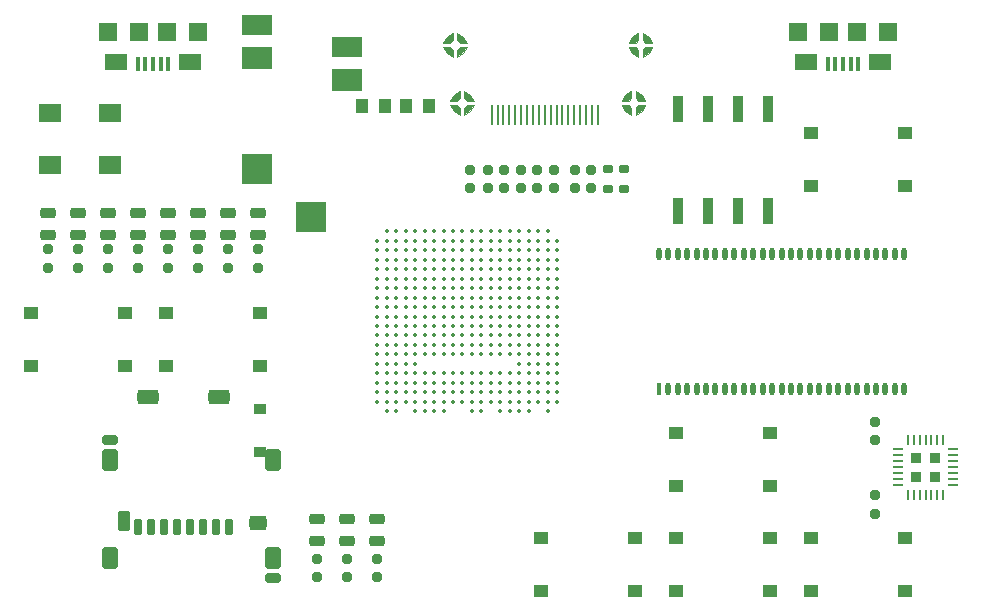
<source format=gtp>
G04 #@! TF.GenerationSoftware,KiCad,Pcbnew,6.0.11+dfsg-1*
G04 #@! TF.CreationDate,2023-04-22T14:08:22+02:00*
G04 #@! TF.ProjectId,ulx3s,756c7833-732e-46b6-9963-61645f706362,v3.1.8*
G04 #@! TF.SameCoordinates,Original*
G04 #@! TF.FileFunction,Paste,Top*
G04 #@! TF.FilePolarity,Positive*
%FSLAX46Y46*%
G04 Gerber Fmt 4.6, Leading zero omitted, Abs format (unit mm)*
G04 Created by KiCad (PCBNEW 6.0.11+dfsg-1) date 2023-04-22 14:08:22*
%MOMM*%
%LPD*%
G01*
G04 APERTURE LIST*
G04 Aperture macros list*
%AMRoundRect*
0 Rectangle with rounded corners*
0 $1 Rounding radius*
0 $2 $3 $4 $5 $6 $7 $8 $9 X,Y pos of 4 corners*
0 Add a 4 corners polygon primitive as box body*
4,1,4,$2,$3,$4,$5,$6,$7,$8,$9,$2,$3,0*
0 Add four circle primitives for the rounded corners*
1,1,$1+$1,$2,$3*
1,1,$1+$1,$4,$5*
1,1,$1+$1,$6,$7*
1,1,$1+$1,$8,$9*
0 Add four rect primitives between the rounded corners*
20,1,$1+$1,$2,$3,$4,$5,0*
20,1,$1+$1,$4,$5,$6,$7,0*
20,1,$1+$1,$6,$7,$8,$9,0*
20,1,$1+$1,$8,$9,$2,$3,0*%
G04 Aperture macros list end*
%ADD10C,0.100000*%
%ADD11R,2.546000X1.746000*%
%ADD12R,2.546000X2.546000*%
%ADD13R,2.546000X1.946000*%
%ADD14C,0.350000*%
%ADD15R,0.460000X1.100000*%
%ADD16O,0.460000X1.100000*%
%ADD17RoundRect,0.193750X-0.456250X0.243750X-0.456250X-0.243750X0.456250X-0.243750X0.456250X0.243750X0*%
%ADD18RoundRect,0.168750X0.256250X-0.218750X0.256250X0.218750X-0.256250X0.218750X-0.256250X-0.218750X0*%
%ADD19RoundRect,0.193750X0.456250X-0.243750X0.456250X0.243750X-0.456250X0.243750X-0.456250X-0.243750X0*%
%ADD20R,0.200000X1.800000*%
%ADD21RoundRect,0.168750X-0.256250X0.218750X-0.256250X-0.218750X0.256250X-0.218750X0.256250X0.218750X0*%
%ADD22R,1.095000X1.200000*%
%ADD23R,0.300000X1.250000*%
%ADD24R,1.546000X1.646000*%
%ADD25R,1.846000X1.346000*%
%ADD26R,1.646000X1.646000*%
%ADD27R,1.900000X1.500000*%
%ADD28R,1.296000X1.046000*%
%ADD29R,0.920000X2.240000*%
%ADD30R,0.850000X0.200000*%
%ADD31O,0.850000X0.200000*%
%ADD32O,0.200000X0.850000*%
%ADD33R,0.875000X0.875000*%
%ADD34RoundRect,0.125000X-0.175000X-0.575000X0.175000X-0.575000X0.175000X0.575000X-0.175000X0.575000X0*%
%ADD35RoundRect,0.200000X0.350000X-0.250000X0.350000X0.250000X-0.350000X0.250000X-0.350000X-0.250000X0*%
%ADD36RoundRect,0.175000X-0.500000X-0.225000X0.500000X-0.225000X0.500000X0.225000X-0.500000X0.225000X0*%
%ADD37RoundRect,0.175000X0.500000X-0.225000X0.500000X0.225000X-0.500000X0.225000X-0.500000X-0.225000X0*%
%ADD38RoundRect,0.287500X-0.437500X0.337500X-0.437500X-0.337500X0.437500X-0.337500X0.437500X0.337500X0*%
%ADD39RoundRect,0.242500X-0.292500X0.607500X-0.292500X-0.607500X0.292500X-0.607500X0.292500X0.607500X0*%
%ADD40RoundRect,0.287500X-0.612500X0.337500X-0.612500X-0.337500X0.612500X-0.337500X0.612500X0.337500X0*%
%ADD41RoundRect,0.312500X-0.362500X-0.637500X0.362500X-0.637500X0.362500X0.637500X-0.362500X0.637500X0*%
%ADD42RoundRect,0.200000X-0.350000X0.250000X-0.350000X-0.250000X0.350000X-0.250000X0.350000X0.250000X0*%
%ADD43RoundRect,0.150000X0.275000X-0.200000X0.275000X0.200000X-0.275000X0.200000X-0.275000X-0.200000X0*%
G04 APERTURE END LIST*
G36*
X137846000Y-69712000D02*
G01*
X137846000Y-70312000D01*
X137346000Y-70012000D01*
X137046000Y-69512000D01*
X137646000Y-69512000D01*
X137846000Y-69712000D01*
G37*
D10*
X137846000Y-69712000D02*
X137846000Y-70312000D01*
X137346000Y-70012000D01*
X137046000Y-69512000D01*
X137646000Y-69512000D01*
X137846000Y-69712000D01*
G36*
X138746000Y-68612000D02*
G01*
X139046000Y-69112000D01*
X138446000Y-69112000D01*
X138246000Y-68912000D01*
X138246000Y-68312000D01*
X138746000Y-68612000D01*
G37*
X138746000Y-68612000D02*
X139046000Y-69112000D01*
X138446000Y-69112000D01*
X138246000Y-68912000D01*
X138246000Y-68312000D01*
X138746000Y-68612000D01*
G36*
X152946000Y-64812000D02*
G01*
X152946000Y-65412000D01*
X152446000Y-65112000D01*
X152146000Y-64612000D01*
X152746000Y-64612000D01*
X152946000Y-64812000D01*
G37*
X152946000Y-64812000D02*
X152946000Y-65412000D01*
X152446000Y-65112000D01*
X152146000Y-64612000D01*
X152746000Y-64612000D01*
X152946000Y-64812000D01*
G36*
X153246000Y-68612000D02*
G01*
X153546000Y-69112000D01*
X152946000Y-69112000D01*
X152746000Y-68912000D01*
X152746000Y-68312000D01*
X153246000Y-68612000D01*
G37*
X153246000Y-68612000D02*
X153546000Y-69112000D01*
X152946000Y-69112000D01*
X152746000Y-68912000D01*
X152746000Y-68312000D01*
X153246000Y-68612000D01*
G36*
X137846000Y-68912000D02*
G01*
X137646000Y-69112000D01*
X137046000Y-69112000D01*
X137346000Y-68612000D01*
X137846000Y-68312000D01*
X137846000Y-68912000D01*
G37*
X137846000Y-68912000D02*
X137646000Y-69112000D01*
X137046000Y-69112000D01*
X137346000Y-68612000D01*
X137846000Y-68312000D01*
X137846000Y-68912000D01*
G36*
X138146000Y-65112000D02*
G01*
X137646000Y-65412000D01*
X137646000Y-64812000D01*
X137846000Y-64612000D01*
X138446000Y-64612000D01*
X138146000Y-65112000D01*
G37*
X138146000Y-65112000D02*
X137646000Y-65412000D01*
X137646000Y-64812000D01*
X137846000Y-64612000D01*
X138446000Y-64612000D01*
X138146000Y-65112000D01*
G36*
X138746000Y-70012000D02*
G01*
X138246000Y-70312000D01*
X138246000Y-69712000D01*
X138446000Y-69512000D01*
X139046000Y-69512000D01*
X138746000Y-70012000D01*
G37*
X138746000Y-70012000D02*
X138246000Y-70312000D01*
X138246000Y-69712000D01*
X138446000Y-69512000D01*
X139046000Y-69512000D01*
X138746000Y-70012000D01*
G36*
X152346000Y-69712000D02*
G01*
X152346000Y-70312000D01*
X151846000Y-70012000D01*
X151546000Y-69512000D01*
X152146000Y-69512000D01*
X152346000Y-69712000D01*
G37*
X152346000Y-69712000D02*
X152346000Y-70312000D01*
X151846000Y-70012000D01*
X151546000Y-69512000D01*
X152146000Y-69512000D01*
X152346000Y-69712000D01*
G36*
X153846000Y-63712000D02*
G01*
X154146000Y-64212000D01*
X153546000Y-64212000D01*
X153346000Y-64012000D01*
X153346000Y-63412000D01*
X153846000Y-63712000D01*
G37*
X153846000Y-63712000D02*
X154146000Y-64212000D01*
X153546000Y-64212000D01*
X153346000Y-64012000D01*
X153346000Y-63412000D01*
X153846000Y-63712000D01*
G36*
X137246000Y-64012000D02*
G01*
X137046000Y-64212000D01*
X136446000Y-64212000D01*
X136746000Y-63712000D01*
X137246000Y-63412000D01*
X137246000Y-64012000D01*
G37*
X137246000Y-64012000D02*
X137046000Y-64212000D01*
X136446000Y-64212000D01*
X136746000Y-63712000D01*
X137246000Y-63412000D01*
X137246000Y-64012000D01*
G36*
X137246000Y-64812000D02*
G01*
X137246000Y-65412000D01*
X136746000Y-65112000D01*
X136446000Y-64612000D01*
X137046000Y-64612000D01*
X137246000Y-64812000D01*
G37*
X137246000Y-64812000D02*
X137246000Y-65412000D01*
X136746000Y-65112000D01*
X136446000Y-64612000D01*
X137046000Y-64612000D01*
X137246000Y-64812000D01*
G36*
X138146000Y-63712000D02*
G01*
X138446000Y-64212000D01*
X137846000Y-64212000D01*
X137646000Y-64012000D01*
X137646000Y-63412000D01*
X138146000Y-63712000D01*
G37*
X138146000Y-63712000D02*
X138446000Y-64212000D01*
X137846000Y-64212000D01*
X137646000Y-64012000D01*
X137646000Y-63412000D01*
X138146000Y-63712000D01*
G36*
X152946000Y-64012000D02*
G01*
X152746000Y-64212000D01*
X152146000Y-64212000D01*
X152446000Y-63712000D01*
X152946000Y-63412000D01*
X152946000Y-64012000D01*
G37*
X152946000Y-64012000D02*
X152746000Y-64212000D01*
X152146000Y-64212000D01*
X152446000Y-63712000D01*
X152946000Y-63412000D01*
X152946000Y-64012000D01*
G36*
X153246000Y-70012000D02*
G01*
X152746000Y-70312000D01*
X152746000Y-69712000D01*
X152946000Y-69512000D01*
X153546000Y-69512000D01*
X153246000Y-70012000D01*
G37*
X153246000Y-70012000D02*
X152746000Y-70312000D01*
X152746000Y-69712000D01*
X152946000Y-69512000D01*
X153546000Y-69512000D01*
X153246000Y-70012000D01*
G36*
X153846000Y-65112000D02*
G01*
X153346000Y-65412000D01*
X153346000Y-64812000D01*
X153546000Y-64612000D01*
X154146000Y-64612000D01*
X153846000Y-65112000D01*
G37*
X153846000Y-65112000D02*
X153346000Y-65412000D01*
X153346000Y-64812000D01*
X153546000Y-64612000D01*
X154146000Y-64612000D01*
X153846000Y-65112000D01*
G36*
X152346000Y-68912000D02*
G01*
X152146000Y-69112000D01*
X151546000Y-69112000D01*
X151846000Y-68612000D01*
X152346000Y-68312000D01*
X152346000Y-68912000D01*
G37*
X152346000Y-68912000D02*
X152146000Y-69112000D01*
X151546000Y-69112000D01*
X151846000Y-68612000D01*
X152346000Y-68312000D01*
X152346000Y-68912000D01*
D11*
X120668000Y-62700000D03*
D12*
X120668000Y-74900000D03*
D13*
X128268000Y-67400000D03*
X120668000Y-65500000D03*
D12*
X125218000Y-79000000D03*
D11*
X128268000Y-64600000D03*
D14*
X131680000Y-80200000D03*
X132480000Y-80200000D03*
X133280000Y-80200000D03*
X134080000Y-80200000D03*
X134880000Y-80200000D03*
X135680000Y-80200000D03*
X136480000Y-80200000D03*
X137280000Y-80200000D03*
X138080000Y-80200000D03*
X138880000Y-80200000D03*
X139680000Y-80200000D03*
X140480000Y-80200000D03*
X141280000Y-80200000D03*
X142080000Y-80200000D03*
X142880000Y-80200000D03*
X143680000Y-80200000D03*
X144480000Y-80200000D03*
X145280000Y-80200000D03*
X130880000Y-81000000D03*
X131680000Y-81000000D03*
X132480000Y-81000000D03*
X133280000Y-81000000D03*
X134080000Y-81000000D03*
X134880000Y-81000000D03*
X135680000Y-81000000D03*
X136480000Y-81000000D03*
X137280000Y-81000000D03*
X138080000Y-81000000D03*
X138880000Y-81000000D03*
X139680000Y-81000000D03*
X140480000Y-81000000D03*
X141280000Y-81000000D03*
X142080000Y-81000000D03*
X142880000Y-81000000D03*
X143680000Y-81000000D03*
X144480000Y-81000000D03*
X145280000Y-81000000D03*
X146080000Y-81000000D03*
X130880000Y-81800000D03*
X131680000Y-81800000D03*
X132480000Y-81800000D03*
X133280000Y-81800000D03*
X134080000Y-81800000D03*
X134880000Y-81800000D03*
X135680000Y-81800000D03*
X136480000Y-81800000D03*
X137280000Y-81800000D03*
X138080000Y-81800000D03*
X138880000Y-81800000D03*
X139680000Y-81800000D03*
X140480000Y-81800000D03*
X141280000Y-81800000D03*
X142080000Y-81800000D03*
X142880000Y-81800000D03*
X143680000Y-81800000D03*
X144480000Y-81800000D03*
X145280000Y-81800000D03*
X146080000Y-81800000D03*
X130880000Y-82600000D03*
X131680000Y-82600000D03*
X132480000Y-82600000D03*
X133280000Y-82600000D03*
X134080000Y-82600000D03*
X134880000Y-82600000D03*
X135680000Y-82600000D03*
X136480000Y-82600000D03*
X137280000Y-82600000D03*
X138080000Y-82600000D03*
X138880000Y-82600000D03*
X139680000Y-82600000D03*
X140480000Y-82600000D03*
X141280000Y-82600000D03*
X142080000Y-82600000D03*
X142880000Y-82600000D03*
X143680000Y-82600000D03*
X144480000Y-82600000D03*
X145280000Y-82600000D03*
X146080000Y-82600000D03*
X130880000Y-83400000D03*
X131680000Y-83400000D03*
X132480000Y-83400000D03*
X133280000Y-83400000D03*
X134080000Y-83400000D03*
X134880000Y-83400000D03*
X135680000Y-83400000D03*
X136480000Y-83400000D03*
X137280000Y-83400000D03*
X138080000Y-83400000D03*
X138880000Y-83400000D03*
X139680000Y-83400000D03*
X140480000Y-83400000D03*
X141280000Y-83400000D03*
X142080000Y-83400000D03*
X142880000Y-83400000D03*
X143680000Y-83400000D03*
X144480000Y-83400000D03*
X145280000Y-83400000D03*
X146080000Y-83400000D03*
X130880000Y-84200000D03*
X131680000Y-84200000D03*
X132480000Y-84200000D03*
X133280000Y-84200000D03*
X134080000Y-84200000D03*
X134880000Y-84200000D03*
X135680000Y-84200000D03*
X136480000Y-84200000D03*
X137280000Y-84200000D03*
X138080000Y-84200000D03*
X138880000Y-84200000D03*
X139680000Y-84200000D03*
X140480000Y-84200000D03*
X141280000Y-84200000D03*
X142080000Y-84200000D03*
X142880000Y-84200000D03*
X143680000Y-84200000D03*
X144480000Y-84200000D03*
X145280000Y-84200000D03*
X146080000Y-84200000D03*
X130880000Y-85000000D03*
X131680000Y-85000000D03*
X132480000Y-85000000D03*
X133280000Y-85000000D03*
X134080000Y-85000000D03*
X134880000Y-85000000D03*
X135680000Y-85000000D03*
X136480000Y-85000000D03*
X137280000Y-85000000D03*
X138080000Y-85000000D03*
X138880000Y-85000000D03*
X139680000Y-85000000D03*
X140480000Y-85000000D03*
X141280000Y-85000000D03*
X142080000Y-85000000D03*
X142880000Y-85000000D03*
X143680000Y-85000000D03*
X144480000Y-85000000D03*
X145280000Y-85000000D03*
X146080000Y-85000000D03*
X130880000Y-85800000D03*
X131680000Y-85800000D03*
X132480000Y-85800000D03*
X133280000Y-85800000D03*
X134080000Y-85800000D03*
X134880000Y-85800000D03*
X135680000Y-85800000D03*
X136480000Y-85800000D03*
X137280000Y-85800000D03*
X138080000Y-85800000D03*
X138880000Y-85800000D03*
X139680000Y-85800000D03*
X140480000Y-85800000D03*
X141280000Y-85800000D03*
X142080000Y-85800000D03*
X142880000Y-85800000D03*
X143680000Y-85800000D03*
X144480000Y-85800000D03*
X145280000Y-85800000D03*
X146080000Y-85800000D03*
X130880000Y-86600000D03*
X131680000Y-86600000D03*
X132480000Y-86600000D03*
X133280000Y-86600000D03*
X134080000Y-86600000D03*
X134880000Y-86600000D03*
X135680000Y-86600000D03*
X136480000Y-86600000D03*
X137280000Y-86600000D03*
X138080000Y-86600000D03*
X138880000Y-86600000D03*
X139680000Y-86600000D03*
X140480000Y-86600000D03*
X141280000Y-86600000D03*
X142080000Y-86600000D03*
X142880000Y-86600000D03*
X143680000Y-86600000D03*
X144480000Y-86600000D03*
X145280000Y-86600000D03*
X146080000Y-86600000D03*
X130880000Y-87400000D03*
X131680000Y-87400000D03*
X132480000Y-87400000D03*
X133280000Y-87400000D03*
X134080000Y-87400000D03*
X134880000Y-87400000D03*
X135680000Y-87400000D03*
X136480000Y-87400000D03*
X137280000Y-87400000D03*
X138080000Y-87400000D03*
X138880000Y-87400000D03*
X139680000Y-87400000D03*
X140480000Y-87400000D03*
X141280000Y-87400000D03*
X142080000Y-87400000D03*
X142880000Y-87400000D03*
X143680000Y-87400000D03*
X144480000Y-87400000D03*
X145280000Y-87400000D03*
X146080000Y-87400000D03*
X130880000Y-88200000D03*
X131680000Y-88200000D03*
X132480000Y-88200000D03*
X133280000Y-88200000D03*
X134080000Y-88200000D03*
X134880000Y-88200000D03*
X135680000Y-88200000D03*
X136480000Y-88200000D03*
X137280000Y-88200000D03*
X138080000Y-88200000D03*
X138880000Y-88200000D03*
X139680000Y-88200000D03*
X140480000Y-88200000D03*
X141280000Y-88200000D03*
X142080000Y-88200000D03*
X142880000Y-88200000D03*
X143680000Y-88200000D03*
X144480000Y-88200000D03*
X145280000Y-88200000D03*
X146080000Y-88200000D03*
X130880000Y-89000000D03*
X131680000Y-89000000D03*
X132480000Y-89000000D03*
X133280000Y-89000000D03*
X134080000Y-89000000D03*
X134880000Y-89000000D03*
X135680000Y-89000000D03*
X136480000Y-89000000D03*
X137280000Y-89000000D03*
X138080000Y-89000000D03*
X138880000Y-89000000D03*
X139680000Y-89000000D03*
X140480000Y-89000000D03*
X141280000Y-89000000D03*
X142080000Y-89000000D03*
X142880000Y-89000000D03*
X143680000Y-89000000D03*
X144480000Y-89000000D03*
X145280000Y-89000000D03*
X146080000Y-89000000D03*
X130880000Y-89800000D03*
X131680000Y-89800000D03*
X132480000Y-89800000D03*
X133280000Y-89800000D03*
X134080000Y-89800000D03*
X134880000Y-89800000D03*
X135680000Y-89800000D03*
X136480000Y-89800000D03*
X137280000Y-89800000D03*
X138080000Y-89800000D03*
X138880000Y-89800000D03*
X139680000Y-89800000D03*
X140480000Y-89800000D03*
X141280000Y-89800000D03*
X142080000Y-89800000D03*
X142880000Y-89800000D03*
X143680000Y-89800000D03*
X144480000Y-89800000D03*
X145280000Y-89800000D03*
X146080000Y-89800000D03*
X130880000Y-90600000D03*
X131680000Y-90600000D03*
X132480000Y-90600000D03*
X133280000Y-90600000D03*
X134080000Y-90600000D03*
X134880000Y-90600000D03*
X135680000Y-90600000D03*
X136480000Y-90600000D03*
X137280000Y-90600000D03*
X138080000Y-90600000D03*
X138880000Y-90600000D03*
X139680000Y-90600000D03*
X140480000Y-90600000D03*
X141280000Y-90600000D03*
X142080000Y-90600000D03*
X142880000Y-90600000D03*
X143680000Y-90600000D03*
X144480000Y-90600000D03*
X145280000Y-90600000D03*
X146080000Y-90600000D03*
X130880000Y-91400000D03*
X131680000Y-91400000D03*
X132480000Y-91400000D03*
X133280000Y-91400000D03*
X134080000Y-91400000D03*
X142880000Y-91400000D03*
X143680000Y-91400000D03*
X144480000Y-91400000D03*
X145280000Y-91400000D03*
X146080000Y-91400000D03*
X130880000Y-92200000D03*
X131680000Y-92200000D03*
X132480000Y-92200000D03*
X133280000Y-92200000D03*
X134080000Y-92200000D03*
X134880000Y-92200000D03*
X135680000Y-92200000D03*
X136480000Y-92200000D03*
X137280000Y-92200000D03*
X138080000Y-92200000D03*
X138880000Y-92200000D03*
X139680000Y-92200000D03*
X140480000Y-92200000D03*
X141280000Y-92200000D03*
X142080000Y-92200000D03*
X142880000Y-92200000D03*
X143680000Y-92200000D03*
X144480000Y-92200000D03*
X145280000Y-92200000D03*
X146080000Y-92200000D03*
X130880000Y-93000000D03*
X131680000Y-93000000D03*
X132480000Y-93000000D03*
X133280000Y-93000000D03*
X134080000Y-93000000D03*
X134880000Y-93000000D03*
X135680000Y-93000000D03*
X136480000Y-93000000D03*
X137280000Y-93000000D03*
X138080000Y-93000000D03*
X138880000Y-93000000D03*
X139680000Y-93000000D03*
X140480000Y-93000000D03*
X141280000Y-93000000D03*
X142080000Y-93000000D03*
X142880000Y-93000000D03*
X143680000Y-93000000D03*
X144480000Y-93000000D03*
X145280000Y-93000000D03*
X146080000Y-93000000D03*
X130880000Y-93800000D03*
X131680000Y-93800000D03*
X132480000Y-93800000D03*
X133280000Y-93800000D03*
X134080000Y-93800000D03*
X134880000Y-93800000D03*
X135680000Y-93800000D03*
X136480000Y-93800000D03*
X137280000Y-93800000D03*
X138080000Y-93800000D03*
X138880000Y-93800000D03*
X139680000Y-93800000D03*
X140480000Y-93800000D03*
X141280000Y-93800000D03*
X142080000Y-93800000D03*
X142880000Y-93800000D03*
X143680000Y-93800000D03*
X144480000Y-93800000D03*
X145280000Y-93800000D03*
X146080000Y-93800000D03*
X130880000Y-94600000D03*
X131680000Y-94600000D03*
X132480000Y-94600000D03*
X133280000Y-94600000D03*
X134080000Y-94600000D03*
X134880000Y-94600000D03*
X135680000Y-94600000D03*
X136480000Y-94600000D03*
X137280000Y-94600000D03*
X138080000Y-94600000D03*
X138880000Y-94600000D03*
X139680000Y-94600000D03*
X140480000Y-94600000D03*
X141280000Y-94600000D03*
X142080000Y-94600000D03*
X142880000Y-94600000D03*
X143680000Y-94600000D03*
X144480000Y-94600000D03*
X145280000Y-94600000D03*
X146080000Y-94600000D03*
X131680000Y-95400000D03*
X132480000Y-95400000D03*
X134080000Y-95400000D03*
X134880000Y-95400000D03*
X135680000Y-95400000D03*
X136480000Y-95400000D03*
X138880000Y-95400000D03*
X139680000Y-95400000D03*
X141280000Y-95400000D03*
X142080000Y-95400000D03*
X142880000Y-95400000D03*
X143680000Y-95400000D03*
X145280000Y-95400000D03*
D15*
X154693000Y-93530000D03*
D16*
X155493000Y-93530000D03*
X156293000Y-93530000D03*
X157093000Y-93530000D03*
X157893000Y-93530000D03*
X158693000Y-93530000D03*
X159493000Y-93530000D03*
X160293000Y-93530000D03*
X161093000Y-93530000D03*
X161893000Y-93530000D03*
X162693000Y-93530000D03*
X163493000Y-93530000D03*
X164293000Y-93530000D03*
X165093000Y-93530000D03*
X165893000Y-93530000D03*
X166693000Y-93530000D03*
X167493000Y-93530000D03*
X168293000Y-93530000D03*
X169093000Y-93530000D03*
X169893000Y-93530000D03*
X170693000Y-93530000D03*
X171493000Y-93530000D03*
X172293000Y-93530000D03*
X173093000Y-93530000D03*
X173893000Y-93530000D03*
X174693000Y-93530000D03*
X175493000Y-93530000D03*
X175493000Y-82070000D03*
X174693000Y-82070000D03*
X173893000Y-82070000D03*
X173093000Y-82070000D03*
X172293000Y-82070000D03*
X171493000Y-82070000D03*
X170693000Y-82070000D03*
X169893000Y-82070000D03*
X169093000Y-82070000D03*
X168293000Y-82070000D03*
X167493000Y-82070000D03*
X166693000Y-82070000D03*
X165893000Y-82070000D03*
X165093000Y-82070000D03*
X164293000Y-82070000D03*
X163493000Y-82070000D03*
X162693000Y-82070000D03*
X161893000Y-82070000D03*
X161093000Y-82070000D03*
X160293000Y-82070000D03*
X159493000Y-82070000D03*
X158693000Y-82070000D03*
X157893000Y-82070000D03*
X157093000Y-82070000D03*
X156293000Y-82070000D03*
X155493000Y-82070000D03*
X154693000Y-82070000D03*
D17*
X118230000Y-78661500D03*
X118230000Y-80536500D03*
D18*
X140201000Y-76558500D03*
X140201000Y-74983500D03*
X142995000Y-76558500D03*
X142995000Y-74983500D03*
X145789000Y-76558500D03*
X145789000Y-74983500D03*
X148964000Y-76558500D03*
X148964000Y-74983500D03*
X138742800Y-76551100D03*
X138742800Y-74976100D03*
X141598000Y-76558500D03*
X141598000Y-74983500D03*
X144392000Y-76558500D03*
X144392000Y-74983500D03*
D19*
X130800000Y-106437500D03*
X130800000Y-104562500D03*
D20*
X140546000Y-70312000D03*
X141046000Y-70312000D03*
X141546000Y-70312000D03*
X142046000Y-70312000D03*
X142546000Y-70312000D03*
X143046000Y-70312000D03*
X143546000Y-70312000D03*
X144046000Y-70312000D03*
X144546000Y-70312000D03*
X145046000Y-70312000D03*
X145546000Y-70312000D03*
X146046000Y-70312000D03*
X146546000Y-70312000D03*
X147046000Y-70312000D03*
X147546000Y-70312000D03*
X148046000Y-70312000D03*
X148546000Y-70312000D03*
X149046000Y-70312000D03*
X149546000Y-70312000D03*
D18*
X120770000Y-83289500D03*
X120770000Y-81714500D03*
X118230000Y-83289500D03*
X118230000Y-81714500D03*
X115690000Y-83289500D03*
X115690000Y-81714500D03*
X113150000Y-83289500D03*
X113150000Y-81714500D03*
X110610000Y-83289500D03*
X110610000Y-81714500D03*
X108070000Y-83289500D03*
X108070000Y-81714500D03*
X105530000Y-83289500D03*
X105530000Y-81714500D03*
X147567000Y-76546500D03*
X147567000Y-74971500D03*
X102990000Y-83289500D03*
X102990000Y-81714500D03*
D21*
X128300000Y-107912500D03*
X128300000Y-109487500D03*
D17*
X120770000Y-78661500D03*
X120770000Y-80536500D03*
X115690000Y-78661500D03*
X115690000Y-80536500D03*
X113150000Y-78661500D03*
X113150000Y-80536500D03*
X108070000Y-78661500D03*
X108070000Y-80536500D03*
X105545000Y-78661500D03*
X105545000Y-80536500D03*
X102990000Y-78661500D03*
X102990000Y-80536500D03*
D19*
X128300000Y-106437500D03*
X128300000Y-104562500D03*
D17*
X125800000Y-104562500D03*
X125800000Y-106437500D03*
D18*
X130800000Y-109487500D03*
X130800000Y-107912500D03*
D22*
X129596500Y-69566000D03*
X131531500Y-69566000D03*
X133279500Y-69566000D03*
X135214500Y-69566000D03*
D23*
X113180000Y-66000000D03*
X112530000Y-66000000D03*
X111880000Y-66000000D03*
X111230000Y-66000000D03*
X110580000Y-66000000D03*
D24*
X108080000Y-63325000D03*
D25*
X108780000Y-65875000D03*
D26*
X113080000Y-63325000D03*
D24*
X115680000Y-63325000D03*
D26*
X110680000Y-63325000D03*
D25*
X114980000Y-65875000D03*
D23*
X171600000Y-66000000D03*
X170950000Y-66000000D03*
X170300000Y-66000000D03*
X169650000Y-66000000D03*
X169000000Y-66000000D03*
D26*
X169100000Y-63325000D03*
D24*
X174100000Y-63325000D03*
D25*
X173400000Y-65875000D03*
D26*
X171500000Y-63325000D03*
D25*
X167200000Y-65875000D03*
D24*
X166500000Y-63325000D03*
D27*
X108212000Y-70160000D03*
X103132000Y-70160000D03*
X103132000Y-74560000D03*
X108212000Y-74560000D03*
D28*
X175550000Y-76370000D03*
X167590000Y-76370000D03*
X175550000Y-71870000D03*
X167590000Y-71870000D03*
X101550000Y-87110000D03*
X109510000Y-87110000D03*
X101550000Y-91610000D03*
X109510000Y-91610000D03*
X120940000Y-87110000D03*
X112980000Y-87110000D03*
X120940000Y-91610000D03*
X112980000Y-91610000D03*
X164120000Y-97270000D03*
X156160000Y-97270000D03*
X156160000Y-101770000D03*
X164120000Y-101770000D03*
X164120000Y-110660000D03*
X156160000Y-110660000D03*
X164120000Y-106160000D03*
X156160000Y-106160000D03*
X144730000Y-110660000D03*
X152690000Y-110660000D03*
X144730000Y-106160000D03*
X152690000Y-106160000D03*
X175550000Y-110660000D03*
X167590000Y-110660000D03*
X175550000Y-106160000D03*
X167590000Y-106160000D03*
D18*
X172967000Y-97894500D03*
X172967000Y-96319500D03*
D29*
X156330000Y-78425000D03*
X158870000Y-78425000D03*
X161410000Y-78425000D03*
X163950000Y-78425000D03*
X163950000Y-69815000D03*
X161410000Y-69815000D03*
X158870000Y-69815000D03*
X156330000Y-69815000D03*
D17*
X110610000Y-78661500D03*
X110610000Y-80536500D03*
D30*
X179625000Y-101655000D03*
D31*
X179625000Y-101155000D03*
X179625000Y-100655000D03*
X179625000Y-100155000D03*
X179625000Y-99655000D03*
X179625000Y-99155000D03*
X179625000Y-98655000D03*
D32*
X178785000Y-97815000D03*
X178285000Y-97815000D03*
X177785000Y-97815000D03*
X177285000Y-97815000D03*
X176785000Y-97815000D03*
X176285000Y-97815000D03*
X175785000Y-97815000D03*
D31*
X174945000Y-98655000D03*
X174945000Y-99155000D03*
X174945000Y-99655000D03*
X174945000Y-100155000D03*
X174945000Y-100655000D03*
X174945000Y-101155000D03*
X174945000Y-101655000D03*
D32*
X175785000Y-102495000D03*
X176285000Y-102495000D03*
X176785000Y-102495000D03*
X177285000Y-102495000D03*
X177785000Y-102495000D03*
X178285000Y-102495000D03*
X178785000Y-102495000D03*
D33*
X176472500Y-100967500D03*
X178097500Y-100967500D03*
X178097500Y-99342500D03*
X176472500Y-99342500D03*
D21*
X172967000Y-102542500D03*
X172967000Y-104117500D03*
D34*
X118332000Y-105250000D03*
X117232000Y-105250000D03*
X116132000Y-105250000D03*
X115032000Y-105250000D03*
X113932000Y-105250000D03*
X112832000Y-105250000D03*
X111732000Y-105250000D03*
X110632000Y-105250000D03*
D35*
X120932000Y-95200000D03*
D36*
X122007000Y-109550000D03*
D37*
X108257000Y-97850000D03*
D38*
X120732000Y-104900000D03*
D39*
X109432000Y-104700000D03*
D40*
X111432000Y-94200000D03*
X117432000Y-94200000D03*
D41*
X122007000Y-107850000D03*
X108257000Y-107850000D03*
X108257000Y-99550000D03*
X122007000Y-99550000D03*
D42*
X120932000Y-98900000D03*
D43*
X151758000Y-76596000D03*
X151758000Y-74946000D03*
X150361000Y-76596000D03*
X150361000Y-74946000D03*
D21*
X125800000Y-107912500D03*
X125800000Y-109487500D03*
M02*

</source>
